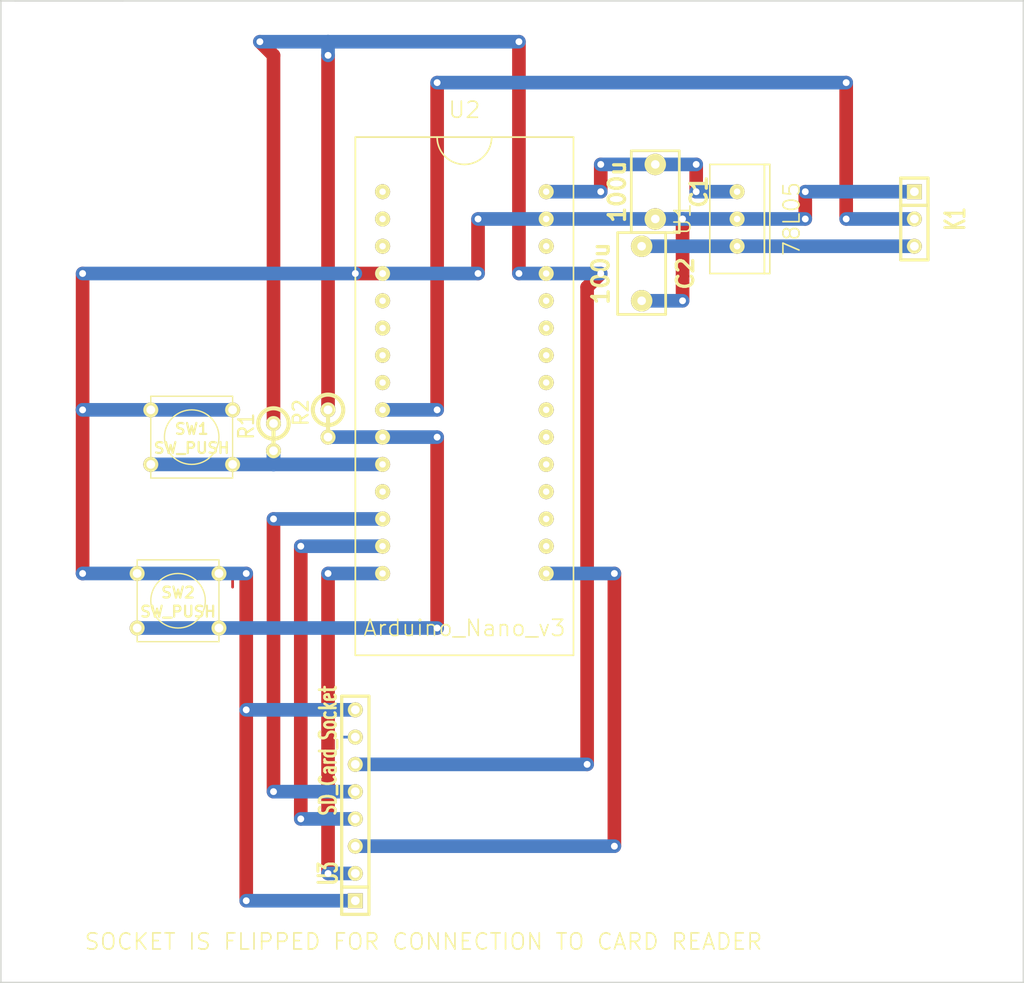
<source format=kicad_pcb>
(kicad_pcb (version 3) (host pcbnew "(2014-02-26 BZR 4721)-product")

  (general
    (links 29)
    (no_connects 0)
    (area 134.544999 30.404999 229.945001 121.995001)
    (thickness 1.6)
    (drawings 5)
    (tracks 115)
    (zones 0)
    (modules 10)
    (nets 32)
  )

  (page A4)
  (layers
    (15 F.Cu signal)
    (0 B.Cu signal)
    (16 B.Adhes user)
    (17 F.Adhes user)
    (18 B.Paste user)
    (19 F.Paste user)
    (20 B.SilkS user)
    (21 F.SilkS user)
    (22 B.Mask user)
    (23 F.Mask user)
    (28 Edge.Cuts user)
  )

  (setup
    (last_trace_width 0.254)
    (trace_clearance 0.254)
    (zone_clearance 0.508)
    (zone_45_only no)
    (trace_min 0.254)
    (segment_width 0.2)
    (edge_width 0.15)
    (via_size 0.889)
    (via_drill 0.635)
    (via_min_size 0.889)
    (via_min_drill 0.508)
    (uvia_size 0.508)
    (uvia_drill 0.127)
    (uvias_allowed no)
    (uvia_min_size 0.508)
    (uvia_min_drill 0.127)
    (pcb_text_width 0.3)
    (pcb_text_size 1.5 1.5)
    (mod_edge_width 0.15)
    (mod_text_size 1.5 1.5)
    (mod_text_width 0.15)
    (pad_size 1.397 1.397)
    (pad_drill 0.8128)
    (pad_to_mask_clearance 0.2)
    (aux_axis_origin 0 0)
    (visible_elements FFFFEF7F)
    (pcbplotparams
      (layerselection 3178497)
      (usegerberextensions true)
      (excludeedgelayer true)
      (linewidth 0.150000)
      (plotframeref false)
      (viasonmask false)
      (mode 1)
      (useauxorigin false)
      (hpglpennumber 1)
      (hpglpenspeed 20)
      (hpglpendiameter 15)
      (hpglpenoverlay 2)
      (psnegative false)
      (psa4output false)
      (plotreference true)
      (plotvalue true)
      (plotothertext true)
      (plotinvisibletext false)
      (padsonsilk false)
      (subtractmaskfromsilk false)
      (outputformat 1)
      (mirror false)
      (drillshape 1)
      (scaleselection 1)
      (outputdirectory ""))
  )

  (net 0 "")
  (net 1 +5V)
  (net 2 +5VD)
  (net 3 GND)
  (net 4 "Net-(R1-Pad2)")
  (net 5 "Net-(R2-Pad2)")
  (net 6 "Net-(U2-Pad1)")
  (net 7 "Net-(U2-Pad12)")
  (net 8 "Net-(U2-Pad13)")
  (net 9 "Net-(U2-Pad14)")
  (net 10 "Net-(U2-Pad15)")
  (net 11 "Net-(U2-Pad16)")
  (net 12 "Net-(U2-Pad17)")
  (net 13 "Net-(U2-Pad18)")
  (net 14 "Net-(U2-Pad19)")
  (net 15 "Net-(U2-Pad2)")
  (net 16 "Net-(U2-Pad20)")
  (net 17 "Net-(U2-Pad21)")
  (net 18 "Net-(U2-Pad22)")
  (net 19 "Net-(U2-Pad23)")
  (net 20 "Net-(U2-Pad24)")
  (net 21 "Net-(U2-Pad25)")
  (net 22 "Net-(U2-Pad26)")
  (net 23 "Net-(U2-Pad28)")
  (net 24 "Net-(U2-Pad3)")
  (net 25 "Net-(U2-Pad5)")
  (net 26 "Net-(U2-Pad6)")
  (net 27 "Net-(U2-Pad7)")
  (net 28 "Net-(U2-Pad8)")
  (net 29 "Net-(U3-Pad2)")
  (net 30 STRIP_DATA)
  (net 31 VDD)

  (net_class Default "This is the default net class."
    (clearance 0.254)
    (trace_width 0.254)
    (via_dia 0.889)
    (via_drill 0.635)
    (uvia_dia 0.508)
    (uvia_drill 0.127)
    (add_net "")
  )

  (net_class AllConns ""
    (clearance 0.254)
    (trace_width 1.27)
    (via_dia 0.889)
    (via_drill 0.635)
    (uvia_dia 0.508)
    (uvia_drill 0.127)
    (add_net +5V)
    (add_net +5VD)
    (add_net GND)
    (add_net "Net-(R1-Pad2)")
    (add_net "Net-(R2-Pad2)")
    (add_net "Net-(U2-Pad1)")
    (add_net "Net-(U2-Pad12)")
    (add_net "Net-(U2-Pad13)")
    (add_net "Net-(U2-Pad14)")
    (add_net "Net-(U2-Pad15)")
    (add_net "Net-(U2-Pad16)")
    (add_net "Net-(U2-Pad17)")
    (add_net "Net-(U2-Pad18)")
    (add_net "Net-(U2-Pad19)")
    (add_net "Net-(U2-Pad2)")
    (add_net "Net-(U2-Pad20)")
    (add_net "Net-(U2-Pad21)")
    (add_net "Net-(U2-Pad22)")
    (add_net "Net-(U2-Pad23)")
    (add_net "Net-(U2-Pad24)")
    (add_net "Net-(U2-Pad25)")
    (add_net "Net-(U2-Pad26)")
    (add_net "Net-(U2-Pad28)")
    (add_net "Net-(U2-Pad3)")
    (add_net "Net-(U2-Pad5)")
    (add_net "Net-(U2-Pad6)")
    (add_net "Net-(U2-Pad7)")
    (add_net "Net-(U2-Pad8)")
    (add_net "Net-(U3-Pad2)")
    (add_net STRIP_DATA)
    (add_net VDD)
  )

  (module "Conectors 1:SIL-8" (layer F.Cu) (tedit 552C3C76) (tstamp 5525A6C0)
    (at 167.64 105.41 90)
    (descr "Connecteur 8 pins")
    (tags "CONN DEV")
    (path /55244B85)
    (fp_text reference U3 (at -6.35 -2.54 90) (layer F.SilkS)
      (effects (font (size 1.72974 1.08712) (thickness 0.3048)))
    )
    (fp_text value SD_Card_Socket (at 5.08 -2.54 90) (layer F.SilkS)
      (effects (font (size 1.524 1.016) (thickness 0.3048)))
    )
    (fp_text user "SOCKET IS FLIPPED FOR CONNECTION TO CARD READER" (at -12.7 6.35 180) (layer F.SilkS)
      (effects (font (size 1.5 1.5) (thickness 0.15)))
    )
    (fp_line (start -10.16 -1.27) (end 10.16 -1.27) (layer F.SilkS) (width 0.3048))
    (fp_line (start 10.16 -1.27) (end 10.16 1.27) (layer F.SilkS) (width 0.3048))
    (fp_line (start 10.16 1.27) (end -10.16 1.27) (layer F.SilkS) (width 0.3048))
    (fp_line (start -10.16 1.27) (end -10.16 -1.27) (layer F.SilkS) (width 0.3048))
    (fp_line (start -7.62 1.27) (end -7.62 -1.27) (layer F.SilkS) (width 0.3048))
    (pad 8 thru_hole rect (at -8.89 0 90) (size 1.397 1.397) (drill 0.8128) (layers *.Cu *.Mask F.SilkS)
      (net 3 GND))
    (pad 7 thru_hole circle (at -6.35 0 90) (size 1.397 1.397) (drill 0.8128) (layers *.Cu *.Mask F.SilkS)
      (net 10 "Net-(U2-Pad15)"))
    (pad 6 thru_hole circle (at -3.81 0 90) (size 1.397 1.397) (drill 0.8128) (layers *.Cu *.Mask F.SilkS)
      (net 11 "Net-(U2-Pad16)"))
    (pad 5 thru_hole circle (at -1.27 0 90) (size 1.397 1.397) (drill 0.8128) (layers *.Cu *.Mask F.SilkS)
      (net 9 "Net-(U2-Pad14)"))
    (pad 4 thru_hole circle (at 1.27 0 90) (size 1.397 1.397) (drill 0.8128) (layers *.Cu *.Mask F.SilkS)
      (net 8 "Net-(U2-Pad13)"))
    (pad 3 thru_hole circle (at 3.81 0 90) (size 1.397 1.397) (drill 0.8128) (layers *.Cu *.Mask F.SilkS)
      (net 1 +5V))
    (pad 2 thru_hole circle (at 6.35 0 90) (size 1.397 1.397) (drill 0.8128) (layers *.Cu *.Mask F.SilkS)
      (net 29 "Net-(U3-Pad2)"))
    (pad 1 thru_hole circle (at 8.89 0 90) (size 1.397 1.397) (drill 0.8128) (layers *.Cu *.Mask F.SilkS)
      (net 3 GND))
  )

  (module Capacitors:cnp_7x4.5mm (layer F.Cu) (tedit 4B90D4F0) (tstamp 5525A632)
    (at 195.58 48.26 270)
    (descr "Capacitor non pol, 7x4,5mm")
    (path /55244C03)
    (fp_text reference C1 (at 0 -4.064 270) (layer F.SilkS)
      (effects (font (thickness 0.3048)))
    )
    (fp_text value 100u (at 0 3.556 270) (layer F.SilkS)
      (effects (font (thickness 0.3048)))
    )
    (fp_line (start 3.81 2.2352) (end 3.81 -2.2352) (layer F.SilkS) (width 0.24892))
    (fp_line (start -3.81 2.2352) (end -3.81 -2.2352) (layer F.SilkS) (width 0.24892))
    (fp_line (start -3.81 -2.2352) (end 3.81 -2.2352) (layer F.SilkS) (width 0.254))
    (fp_line (start 3.81 2.2352) (end -3.81 2.2352) (layer F.SilkS) (width 0.254))
    (pad 1 thru_hole circle (at -2.54 0 270) (size 1.99898 1.99898) (drill 0.8001) (layers *.Cu *.Mask F.SilkS)
      (net 31 VDD))
    (pad 2 thru_hole circle (at 2.54 0 270) (size 1.99898 1.99898) (drill 0.8001) (layers *.Cu *.Mask F.SilkS)
      (net 3 GND))
    (model discret/capacitor/cnp_7x4.5mm.wrl
      (at (xyz 0 0 0))
      (scale (xyz 1 1 1))
      (rotate (xyz 0 0 0))
    )
  )

  (module Capacitors:cnp_7x4.5mm (layer F.Cu) (tedit 5525ACDA) (tstamp 5525A63C)
    (at 194.31 55.88 270)
    (descr "Capacitor non pol, 7x4,5mm")
    (path /55244C15)
    (fp_text reference C2 (at 0 -4.064 270) (layer F.SilkS)
      (effects (font (thickness 0.3048)))
    )
    (fp_text value 100u (at 0 3.81 270) (layer F.SilkS)
      (effects (font (thickness 0.3048)))
    )
    (fp_line (start 3.81 2.2352) (end 3.81 -2.2352) (layer F.SilkS) (width 0.24892))
    (fp_line (start -3.81 2.2352) (end -3.81 -2.2352) (layer F.SilkS) (width 0.24892))
    (fp_line (start -3.81 -2.2352) (end 3.81 -2.2352) (layer F.SilkS) (width 0.254))
    (fp_line (start 3.81 2.2352) (end -3.81 2.2352) (layer F.SilkS) (width 0.254))
    (pad 1 thru_hole circle (at -2.54 0 270) (size 1.99898 1.99898) (drill 0.8001) (layers *.Cu *.Mask F.SilkS)
      (net 2 +5VD))
    (pad 2 thru_hole circle (at 2.54 0 270) (size 1.99898 1.99898) (drill 0.8001) (layers *.Cu *.Mask F.SilkS)
      (net 3 GND))
    (model discret/capacitor/cnp_7x4.5mm.wrl
      (at (xyz 0 0 0))
      (scale (xyz 1 1 1))
      (rotate (xyz 0 0 0))
    )
  )

  (module "Conectors 1:SIL-3" (layer F.Cu) (tedit 552C398B) (tstamp 5525AD87)
    (at 219.71 50.8 270)
    (descr "Connecteur 3 pins")
    (tags "CONN DEV")
    (path /55244BA4)
    (fp_text reference K1 (at 0 -3.81 270) (layer F.SilkS)
      (effects (font (size 1.7907 1.07696) (thickness 0.3048)))
    )
    (fp_text value CONN_3 (at 0 -2.54 270) (layer F.SilkS) hide
      (effects (font (size 1.524 1.016) (thickness 0.3048)))
    )
    (fp_line (start -3.81 1.27) (end -3.81 -1.27) (layer F.SilkS) (width 0.3048))
    (fp_line (start -3.81 -1.27) (end 3.81 -1.27) (layer F.SilkS) (width 0.3048))
    (fp_line (start 3.81 -1.27) (end 3.81 1.27) (layer F.SilkS) (width 0.3048))
    (fp_line (start 3.81 1.27) (end -3.81 1.27) (layer F.SilkS) (width 0.3048))
    (fp_line (start -1.27 -1.27) (end -1.27 1.27) (layer F.SilkS) (width 0.3048))
    (pad 1 thru_hole rect (at -2.54 0 270) (size 1.397 1.397) (drill 0.8128) (layers *.Cu *.Mask F.SilkS)
      (net 3 GND))
    (pad 2 thru_hole circle (at 0 0 270) (size 1.397 1.397) (drill 0.8128) (layers *.Cu *.Mask F.SilkS)
      (net 30 STRIP_DATA))
    (pad 3 thru_hole circle (at 2.54 0 270) (size 1.397 1.397) (drill 0.8128) (layers *.Cu *.Mask F.SilkS)
      (net 2 +5VD))
  )

  (module Discrete:R1 (layer F.Cu) (tedit 200000) (tstamp 5525A650)
    (at 160.02 71.12 270)
    (descr "Resistance verticale")
    (tags R)
    (path /55244BE4)
    (autoplace_cost90 10)
    (autoplace_cost180 10)
    (fp_text reference R1 (at -1.016 2.54 270) (layer F.SilkS)
      (effects (font (size 1.397 1.27) (thickness 0.2032)))
    )
    (fp_text value 470k (at -1.143 2.54 270) (layer F.SilkS) hide
      (effects (font (size 1.397 1.27) (thickness 0.2032)))
    )
    (fp_line (start -1.27 0) (end 1.27 0) (layer F.SilkS) (width 0.381))
    (fp_circle (center -1.27 0) (end -0.635 1.27) (layer F.SilkS) (width 0.381))
    (pad 1 thru_hole circle (at -1.27 0 270) (size 1.397 1.397) (drill 0.8128) (layers *.Cu *.Mask F.SilkS)
      (net 1 +5V))
    (pad 2 thru_hole circle (at 1.27 0 270) (size 1.397 1.397) (drill 0.8128) (layers *.Cu *.Mask F.SilkS)
      (net 4 "Net-(R1-Pad2)"))
    (model discret/verti_resistor.wrl
      (at (xyz 0 0 0))
      (scale (xyz 1 1 1))
      (rotate (xyz 0 0 0))
    )
  )

  (module Discrete:R1 (layer F.Cu) (tedit 200000) (tstamp 5525A658)
    (at 165.1 69.85 270)
    (descr "Resistance verticale")
    (tags R)
    (path /55244BF6)
    (autoplace_cost90 10)
    (autoplace_cost180 10)
    (fp_text reference R2 (at -1.016 2.54 270) (layer F.SilkS)
      (effects (font (size 1.397 1.27) (thickness 0.2032)))
    )
    (fp_text value 470k (at -1.143 2.54 270) (layer F.SilkS) hide
      (effects (font (size 1.397 1.27) (thickness 0.2032)))
    )
    (fp_line (start -1.27 0) (end 1.27 0) (layer F.SilkS) (width 0.381))
    (fp_circle (center -1.27 0) (end -0.635 1.27) (layer F.SilkS) (width 0.381))
    (pad 1 thru_hole circle (at -1.27 0 270) (size 1.397 1.397) (drill 0.8128) (layers *.Cu *.Mask F.SilkS)
      (net 1 +5V))
    (pad 2 thru_hole circle (at 1.27 0 270) (size 1.397 1.397) (drill 0.8128) (layers *.Cu *.Mask F.SilkS)
      (net 5 "Net-(R2-Pad2)"))
    (model discret/verti_resistor.wrl
      (at (xyz 0 0 0))
      (scale (xyz 1 1 1))
      (rotate (xyz 0 0 0))
    )
  )

  (module Discrete:SW_PUSH_SMALL (layer F.Cu) (tedit 46544DB3) (tstamp 5525A665)
    (at 152.4 71.12)
    (path /55244BD7)
    (fp_text reference SW1 (at 0 -0.762) (layer F.SilkS)
      (effects (font (size 1.016 1.016) (thickness 0.2032)))
    )
    (fp_text value SW_PUSH (at 0 1.016) (layer F.SilkS)
      (effects (font (size 1.016 1.016) (thickness 0.2032)))
    )
    (fp_circle (center 0 0) (end 0 -2.54) (layer F.SilkS) (width 0.127))
    (fp_line (start -3.81 -3.81) (end 3.81 -3.81) (layer F.SilkS) (width 0.127))
    (fp_line (start 3.81 -3.81) (end 3.81 3.81) (layer F.SilkS) (width 0.127))
    (fp_line (start 3.81 3.81) (end -3.81 3.81) (layer F.SilkS) (width 0.127))
    (fp_line (start -3.81 -3.81) (end -3.81 3.81) (layer F.SilkS) (width 0.127))
    (pad 1 thru_hole circle (at 3.81 -2.54) (size 1.397 1.397) (drill 0.8128) (layers *.Cu *.Mask F.SilkS)
      (net 3 GND))
    (pad 2 thru_hole circle (at 3.81 2.54) (size 1.397 1.397) (drill 0.8128) (layers *.Cu *.Mask F.SilkS)
      (net 4 "Net-(R1-Pad2)"))
    (pad 1 thru_hole circle (at -3.81 -2.54) (size 1.397 1.397) (drill 0.8128) (layers *.Cu *.Mask F.SilkS)
      (net 3 GND))
    (pad 2 thru_hole circle (at -3.81 2.54) (size 1.397 1.397) (drill 0.8128) (layers *.Cu *.Mask F.SilkS)
      (net 4 "Net-(R1-Pad2)"))
  )

  (module Discrete:SW_PUSH_SMALL (layer F.Cu) (tedit 46544DB3) (tstamp 5525AB73)
    (at 151.13 86.36)
    (path /55244BC5)
    (fp_text reference SW2 (at 0 -0.762) (layer F.SilkS)
      (effects (font (size 1.016 1.016) (thickness 0.2032)))
    )
    (fp_text value SW_PUSH (at 0 1.016) (layer F.SilkS)
      (effects (font (size 1.016 1.016) (thickness 0.2032)))
    )
    (fp_circle (center 0 0) (end 0 -2.54) (layer F.SilkS) (width 0.127))
    (fp_line (start -3.81 -3.81) (end 3.81 -3.81) (layer F.SilkS) (width 0.127))
    (fp_line (start 3.81 -3.81) (end 3.81 3.81) (layer F.SilkS) (width 0.127))
    (fp_line (start 3.81 3.81) (end -3.81 3.81) (layer F.SilkS) (width 0.127))
    (fp_line (start -3.81 -3.81) (end -3.81 3.81) (layer F.SilkS) (width 0.127))
    (pad 1 thru_hole circle (at 3.81 -2.54) (size 1.397 1.397) (drill 0.8128) (layers *.Cu *.Mask F.SilkS)
      (net 3 GND))
    (pad 2 thru_hole circle (at 3.81 2.54) (size 1.397 1.397) (drill 0.8128) (layers *.Cu *.Mask F.SilkS)
      (net 5 "Net-(R2-Pad2)"))
    (pad 1 thru_hole circle (at -3.81 -2.54) (size 1.397 1.397) (drill 0.8128) (layers *.Cu *.Mask F.SilkS)
      (net 3 GND))
    (pad 2 thru_hole circle (at -3.81 2.54) (size 1.397 1.397) (drill 0.8128) (layers *.Cu *.Mask F.SilkS)
      (net 5 "Net-(R2-Pad2)"))
  )

  (module TJS:78L05-TO220-VERT (layer F.Cu) (tedit 5525A59B) (tstamp 5525A682)
    (at 208.28 50.8 270)
    (path /5525A5E4)
    (fp_text reference U1 (at 0 10.16 270) (layer F.SilkS)
      (effects (font (size 1.5 1.5) (thickness 0.15)))
    )
    (fp_text value 78L05 (at 0 0 270) (layer F.SilkS)
      (effects (font (size 1.5 1.5) (thickness 0.15)))
    )
    (fp_line (start 5.08 2.54) (end 5.08 2.032) (layer F.SilkS) (width 0.15))
    (fp_line (start -5.08 2.032) (end 5.08 2.032) (layer F.SilkS) (width 0.15))
    (fp_line (start -5.08 2.54) (end -5.08 2.032) (layer F.SilkS) (width 0.15))
    (fp_line (start -5.08 2.032) (end -5.08 2.54) (layer F.SilkS) (width 0.15))
    (fp_line (start 5.08 2.54) (end 5.08 7.62) (layer F.SilkS) (width 0.15))
    (fp_line (start -5.08 7.62) (end 5.08 7.62) (layer F.SilkS) (width 0.15))
    (fp_line (start -5.08 2.54) (end -5.08 7.62) (layer F.SilkS) (width 0.15))
    (fp_line (start -5.08 2.54) (end 5.08 2.54) (layer F.SilkS) (width 0.15))
    (fp_line (start 5.08 2.54) (end -5.08 2.54) (layer F.SilkS) (width 0.15))
    (pad 1 thru_hole circle (at 0 5.08 270) (size 1.4 1.4) (drill 0.6) (layers *.Cu *.Mask F.SilkS)
      (net 3 GND))
    (pad 2 thru_hole circle (at -2.54 5.08 270) (size 1.4 1.4) (drill 0.6) (layers *.Cu *.Mask F.SilkS)
      (net 31 VDD))
    (pad 3 thru_hole circle (at 2.54 5.08 270) (size 1.4 1.4) (drill 0.6) (layers *.Cu *.Mask F.SilkS)
      (net 2 +5VD))
  )

  (module TJS:ArduinoNano (layer F.Cu) (tedit 5525A59B) (tstamp 5525A6AF)
    (at 177.8 45.72)
    (path /55244B71)
    (fp_text reference U2 (at 0 -5.08) (layer F.SilkS)
      (effects (font (size 1.5 1.5) (thickness 0.15)))
    )
    (fp_text value Arduino_Nano_v3 (at 0 43.18) (layer F.SilkS)
      (effects (font (size 1.5 1.5) (thickness 0.15)))
    )
    (fp_line (start 10.16 45.72) (end 10.16 40.64) (layer F.SilkS) (width 0.15))
    (fp_line (start -10.16 45.72) (end -10.16 40.64) (layer F.SilkS) (width 0.15))
    (fp_arc (start 0 -2.54) (end 2.54 -2.54) (angle 90) (layer F.SilkS) (width 0.15))
    (fp_arc (start 0 -2.54) (end 0 0) (angle 90) (layer F.SilkS) (width 0.15))
    (fp_line (start -10.16 45.72) (end 10.16 45.72) (layer F.SilkS) (width 0.15))
    (fp_line (start -10.16 -2.54) (end -10.16 40.64) (layer F.SilkS) (width 0.15))
    (fp_line (start -10.16 40.64) (end -10.16 -2.54) (layer F.SilkS) (width 0.15))
    (fp_line (start 10.16 -2.54) (end 10.16 40.64) (layer F.SilkS) (width 0.15))
    (fp_line (start -10.16 -2.54) (end 10.16 -2.54) (layer F.SilkS) (width 0.15))
    (fp_line (start 10.16 -2.54) (end -10.16 -2.54) (layer F.SilkS) (width 0.15))
    (fp_line (start -10.16 -2.54) (end 10.16 -2.54) (layer F.SilkS) (width 0.15))
    (pad 1 thru_hole circle (at -7.62 2.54) (size 1.4 1.4) (drill 0.6) (layers *.Cu *.Mask F.SilkS)
      (net 6 "Net-(U2-Pad1)"))
    (pad 2 thru_hole circle (at -7.62 5.08) (size 1.4 1.4) (drill 0.6) (layers *.Cu *.Mask F.SilkS)
      (net 15 "Net-(U2-Pad2)"))
    (pad 3 thru_hole circle (at -7.62 7.62) (size 1.4 1.4) (drill 0.6) (layers *.Cu *.Mask F.SilkS)
      (net 24 "Net-(U2-Pad3)"))
    (pad 4 thru_hole circle (at -7.62 10.16) (size 1.4 1.4) (drill 0.6) (layers *.Cu *.Mask F.SilkS)
      (net 3 GND))
    (pad 5 thru_hole circle (at -7.62 12.7) (size 1.4 1.4) (drill 0.6) (layers *.Cu *.Mask F.SilkS)
      (net 25 "Net-(U2-Pad5)"))
    (pad 6 thru_hole circle (at -7.62 15.24) (size 1.4 1.4) (drill 0.6) (layers *.Cu *.Mask F.SilkS)
      (net 26 "Net-(U2-Pad6)"))
    (pad 7 thru_hole circle (at -7.62 17.78) (size 1.4 1.4) (drill 0.6) (layers *.Cu *.Mask F.SilkS)
      (net 27 "Net-(U2-Pad7)"))
    (pad 8 thru_hole circle (at -7.62 20.32) (size 1.4 1.4) (drill 0.6) (layers *.Cu *.Mask F.SilkS)
      (net 28 "Net-(U2-Pad8)"))
    (pad 9 thru_hole circle (at -7.62 22.86) (size 1.4 1.4) (drill 0.6) (layers *.Cu *.Mask F.SilkS)
      (net 30 STRIP_DATA))
    (pad 10 thru_hole circle (at -7.62 25.4) (size 1.4 1.4) (drill 0.6) (layers *.Cu *.Mask F.SilkS)
      (net 5 "Net-(R2-Pad2)"))
    (pad 11 thru_hole circle (at -7.62 27.94) (size 1.4 1.4) (drill 0.6) (layers *.Cu *.Mask F.SilkS)
      (net 4 "Net-(R1-Pad2)"))
    (pad 12 thru_hole circle (at -7.62 30.48) (size 1.4 1.4) (drill 0.6) (layers *.Cu *.Mask F.SilkS)
      (net 7 "Net-(U2-Pad12)"))
    (pad 13 thru_hole circle (at -7.62 33.02) (size 1.4 1.4) (drill 0.6) (layers *.Cu *.Mask F.SilkS)
      (net 8 "Net-(U2-Pad13)"))
    (pad 14 thru_hole circle (at -7.62 35.56) (size 1.4 1.4) (drill 0.6) (layers *.Cu *.Mask F.SilkS)
      (net 9 "Net-(U2-Pad14)"))
    (pad 15 thru_hole circle (at -7.62 38.1) (size 1.4 1.4) (drill 0.6) (layers *.Cu *.Mask F.SilkS)
      (net 10 "Net-(U2-Pad15)"))
    (pad 30 thru_hole circle (at 7.62 2.54) (size 1.4 1.4) (drill 0.6) (layers *.Cu *.Mask F.SilkS)
      (net 31 VDD))
    (pad 29 thru_hole circle (at 7.62 5.08) (size 1.4 1.4) (drill 0.6) (layers *.Cu *.Mask F.SilkS)
      (net 3 GND))
    (pad 28 thru_hole circle (at 7.62 7.62) (size 1.4 1.4) (drill 0.6) (layers *.Cu *.Mask F.SilkS)
      (net 23 "Net-(U2-Pad28)"))
    (pad 27 thru_hole circle (at 7.62 10.16) (size 1.4 1.4) (drill 0.6) (layers *.Cu *.Mask F.SilkS)
      (net 1 +5V))
    (pad 26 thru_hole circle (at 7.62 12.7) (size 1.4 1.4) (drill 0.6) (layers *.Cu *.Mask F.SilkS)
      (net 22 "Net-(U2-Pad26)"))
    (pad 25 thru_hole circle (at 7.62 15.24) (size 1.4 1.4) (drill 0.6) (layers *.Cu *.Mask F.SilkS)
      (net 21 "Net-(U2-Pad25)"))
    (pad 24 thru_hole circle (at 7.62 17.78) (size 1.4 1.4) (drill 0.6) (layers *.Cu *.Mask F.SilkS)
      (net 20 "Net-(U2-Pad24)"))
    (pad 23 thru_hole circle (at 7.62 20.32) (size 1.4 1.4) (drill 0.6) (layers *.Cu *.Mask F.SilkS)
      (net 19 "Net-(U2-Pad23)"))
    (pad 22 thru_hole circle (at 7.62 22.86) (size 1.4 1.4) (drill 0.6) (layers *.Cu *.Mask F.SilkS)
      (net 18 "Net-(U2-Pad22)"))
    (pad 21 thru_hole circle (at 7.62 25.4) (size 1.4 1.4) (drill 0.6) (layers *.Cu *.Mask F.SilkS)
      (net 17 "Net-(U2-Pad21)"))
    (pad 20 thru_hole circle (at 7.62 27.94) (size 1.4 1.4) (drill 0.6) (layers *.Cu *.Mask F.SilkS)
      (net 16 "Net-(U2-Pad20)"))
    (pad 19 thru_hole circle (at 7.62 30.48) (size 1.4 1.4) (drill 0.6) (layers *.Cu *.Mask F.SilkS)
      (net 14 "Net-(U2-Pad19)"))
    (pad 18 thru_hole circle (at 7.62 33.02) (size 1.4 1.4) (drill 0.6) (layers *.Cu *.Mask F.SilkS)
      (net 13 "Net-(U2-Pad18)"))
    (pad 17 thru_hole circle (at 7.62 35.56) (size 1.4 1.4) (drill 0.6) (layers *.Cu *.Mask F.SilkS)
      (net 12 "Net-(U2-Pad17)"))
    (pad 16 thru_hole circle (at 7.62 38.1) (size 1.4 1.4) (drill 0.6) (layers *.Cu *.Mask F.SilkS)
      (net 11 "Net-(U2-Pad16)"))
  )

  (gr_line (start 134.62 30.48) (end 146.05 30.48) (angle 90) (layer Edge.Cuts) (width 0.15))
  (gr_line (start 134.62 121.92) (end 134.62 30.48) (angle 90) (layer Edge.Cuts) (width 0.15))
  (gr_line (start 229.87 121.92) (end 134.62 121.92) (angle 90) (layer Edge.Cuts) (width 0.15))
  (gr_line (start 229.87 30.48) (end 229.87 121.92) (angle 90) (layer Edge.Cuts) (width 0.15))
  (gr_line (start 135.89 30.48) (end 229.87 30.48) (angle 90) (layer Edge.Cuts) (width 0.15))

  (segment (start 156.21 85.09) (end 156.21 83.82) (width 0.254) (layer F.Cu) (net 0) (tstamp 5525AEE8))
  (segment (start 185.42 55.88) (end 190.5 55.88) (width 1.27) (layer B.Cu) (net 1))
  (segment (start 189.23 101.6) (end 167.64 101.6) (width 1.27) (layer B.Cu) (net 1) (tstamp 552C3D53))
  (via (at 189.23 101.6) (size 0.889) (layers F.Cu B.Cu) (net 1))
  (segment (start 189.23 57.15) (end 189.23 101.6) (width 1.27) (layer F.Cu) (net 1) (tstamp 552C3D4C))
  (segment (start 190.5 55.88) (end 189.23 57.15) (width 1.27) (layer F.Cu) (net 1) (tstamp 552C3D4B))
  (via (at 190.5 55.88) (size 0.889) (layers F.Cu B.Cu) (net 1))
  (segment (start 165.1 34.29) (end 165.1 35.56) (width 1.27) (layer B.Cu) (net 1))
  (via (at 165.1 35.56) (size 0.889) (layers F.Cu B.Cu) (net 1))
  (segment (start 165.1 68.58) (end 165.1 35.56) (width 1.27) (layer F.Cu) (net 1))
  (segment (start 185.42 55.88) (end 182.88 55.88) (width 1.27) (layer B.Cu) (net 1))
  (segment (start 160.02 35.56) (end 160.02 69.85) (width 1.27) (layer F.Cu) (net 1) (tstamp 552C395D))
  (segment (start 158.75 34.29) (end 160.02 35.56) (width 1.27) (layer F.Cu) (net 1) (tstamp 552C395C))
  (via (at 158.75 34.29) (size 0.889) (layers F.Cu B.Cu) (net 1))
  (segment (start 182.88 34.29) (end 165.1 34.29) (width 1.27) (layer B.Cu) (net 1) (tstamp 552C3956))
  (segment (start 165.1 34.29) (end 158.75 34.29) (width 1.27) (layer B.Cu) (net 1) (tstamp 552C3965))
  (via (at 182.88 34.29) (size 0.889) (layers F.Cu B.Cu) (net 1))
  (segment (start 182.88 55.88) (end 182.88 34.29) (width 1.27) (layer F.Cu) (net 1) (tstamp 552C394E))
  (via (at 182.88 55.88) (size 0.889) (layers F.Cu B.Cu) (net 1))
  (segment (start 219.71 53.34) (end 203.2 53.34) (width 1.27) (layer B.Cu) (net 2))
  (segment (start 203.2 53.34) (end 194.31 53.34) (width 1.27) (layer B.Cu) (net 2) (tstamp 552C3825))
  (segment (start 147.32 83.82) (end 142.24 83.82) (width 1.27) (layer B.Cu) (net 3) (status 400000))
  (via (at 142.24 83.82) (size 1.27) (layers F.Cu B.Cu) (net 3))
  (segment (start 142.24 83.82) (end 142.24 68.58) (width 1.27) (layer F.Cu) (net 3) (tstamp 552C3383))
  (segment (start 157.48 96.52) (end 157.48 114.3) (width 1.27) (layer F.Cu) (net 3))
  (segment (start 157.48 114.3) (end 167.64 114.3) (width 1.27) (layer B.Cu) (net 3) (tstamp 552C3D2C))
  (via (at 157.48 114.3) (size 0.889) (layers F.Cu B.Cu) (net 3))
  (via (at 147.32 83.82) (size 0.889) (layers F.Cu B.Cu) (net 3))
  (segment (start 147.32 83.82) (end 154.94 83.82) (width 1.27) (layer B.Cu) (net 3) (tstamp 552C3D12))
  (segment (start 154.94 83.82) (end 157.48 83.82) (width 1.27) (layer B.Cu) (net 3) (tstamp 552C3D13))
  (segment (start 157.48 96.52) (end 167.64 96.52) (width 1.27) (layer B.Cu) (net 3) (tstamp 552C3D19))
  (via (at 157.48 96.52) (size 0.889) (layers F.Cu B.Cu) (net 3))
  (segment (start 157.48 83.82) (end 157.48 96.52) (width 1.27) (layer F.Cu) (net 3) (tstamp 552C3D16))
  (via (at 157.48 83.82) (size 0.889) (layers F.Cu B.Cu) (net 3))
  (segment (start 170.18 55.88) (end 179.07 55.88) (width 1.27) (layer B.Cu) (net 3))
  (segment (start 179.07 50.8) (end 185.42 50.8) (width 1.27) (layer B.Cu) (net 3) (tstamp 552C3943))
  (via (at 179.07 50.8) (size 0.889) (layers F.Cu B.Cu) (net 3))
  (segment (start 179.07 55.88) (end 179.07 50.8) (width 1.27) (layer F.Cu) (net 3) (tstamp 552C3940))
  (via (at 179.07 55.88) (size 0.889) (layers F.Cu B.Cu) (net 3))
  (via (at 219.71 48.26) (size 0.889) (layers F.Cu B.Cu) (net 3))
  (segment (start 219.71 48.26) (end 209.55 48.26) (width 1.27) (layer B.Cu) (net 3) (tstamp 552C38B2))
  (segment (start 209.55 50.8) (end 203.2 50.8) (width 1.27) (layer B.Cu) (net 3) (tstamp 552C38B8))
  (via (at 209.55 50.8) (size 0.889) (layers F.Cu B.Cu) (net 3))
  (segment (start 209.55 48.26) (end 209.55 50.8) (width 1.27) (layer F.Cu) (net 3) (tstamp 552C38B5))
  (via (at 209.55 48.26) (size 0.889) (layers F.Cu B.Cu) (net 3))
  (segment (start 195.58 50.8) (end 185.42 50.8) (width 1.27) (layer B.Cu) (net 3))
  (segment (start 198.12 50.8) (end 203.2 50.8) (width 1.27) (layer B.Cu) (net 3))
  (segment (start 194.31 58.42) (end 198.12 58.42) (width 1.27) (layer B.Cu) (net 3))
  (segment (start 198.12 50.8) (end 195.58 50.8) (width 1.27) (layer B.Cu) (net 3) (tstamp 552C3834))
  (via (at 198.12 50.8) (size 0.889) (layers F.Cu B.Cu) (net 3))
  (segment (start 198.12 58.42) (end 198.12 50.8) (width 1.27) (layer F.Cu) (net 3) (tstamp 552C3831))
  (via (at 198.12 58.42) (size 0.889) (layers F.Cu B.Cu) (net 3))
  (segment (start 170.18 55.88) (end 167.64 55.88) (width 1.27) (layer F.Cu) (net 3))
  (via (at 167.64 55.88) (size 0.889) (layers F.Cu B.Cu) (net 3))
  (segment (start 167.64 55.88) (end 142.24 55.88) (width 1.27) (layer B.Cu) (net 3) (tstamp 552C3563))
  (via (at 142.24 55.88) (size 0.889) (layers F.Cu B.Cu) (net 3))
  (segment (start 142.24 55.88) (end 142.24 68.58) (width 1.27) (layer F.Cu) (net 3) (tstamp 552C3567))
  (segment (start 142.24 68.58) (end 148.59 68.58) (width 1.27) (layer B.Cu) (net 3) (tstamp 552C3388))
  (via (at 142.24 68.58) (size 1.27) (layers F.Cu B.Cu) (net 3))
  (segment (start 148.59 68.58) (end 156.21 68.58) (width 1.27) (layer B.Cu) (net 3) (tstamp 552C3389))
  (via (at 170.18 55.88) (size 0.889) (layers F.Cu B.Cu) (net 3))
  (via (at 167.64 96.52) (size 0.889) (layers F.Cu B.Cu) (net 3))
  (segment (start 148.59 73.66) (end 156.21 73.66) (width 1.27) (layer B.Cu) (net 4))
  (segment (start 156.21 73.66) (end 160.02 73.66) (width 1.27) (layer B.Cu) (net 4) (tstamp 552C3797))
  (segment (start 160.02 73.66) (end 160.02 72.39) (width 1.27) (layer B.Cu) (net 4) (tstamp 552C379A))
  (segment (start 160.02 72.39) (end 160.02 73.66) (width 1.27) (layer B.Cu) (net 4) (tstamp 552C379E))
  (segment (start 160.02 73.66) (end 170.18 73.66) (width 1.27) (layer B.Cu) (net 4) (tstamp 552C37A0))
  (segment (start 170.18 71.12) (end 175.26 71.12) (width 1.27) (layer B.Cu) (net 5) (status 400000))
  (segment (start 175.26 88.9) (end 154.94 88.9) (width 1.27) (layer B.Cu) (net 5) (tstamp 552C3DD6) (status 800000))
  (via (at 175.26 88.9) (size 0.889) (layers F.Cu B.Cu) (net 5))
  (segment (start 175.26 71.12) (end 175.26 88.9) (width 1.27) (layer F.Cu) (net 5) (tstamp 552C3DD2))
  (via (at 175.26 71.12) (size 0.889) (layers F.Cu B.Cu) (net 5))
  (segment (start 154.94 88.9) (end 147.32 88.9) (width 1.27) (layer B.Cu) (net 5) (tstamp 552C3DD7) (status C00000))
  (via (at 165.1 71.12) (size 0.889) (layers F.Cu B.Cu) (net 5))
  (segment (start 165.1 71.12) (end 170.18 71.12) (width 1.27) (layer B.Cu) (net 5) (tstamp 552C371C))
  (segment (start 170.18 78.74) (end 160.02 78.74) (width 1.27) (layer B.Cu) (net 8))
  (segment (start 160.02 104.14) (end 167.64 104.14) (width 1.27) (layer B.Cu) (net 8) (tstamp 552C3CD5))
  (via (at 160.02 104.14) (size 0.889) (layers F.Cu B.Cu) (net 8))
  (segment (start 160.02 78.74) (end 160.02 104.14) (width 1.27) (layer F.Cu) (net 8) (tstamp 552C3CD2))
  (via (at 160.02 78.74) (size 0.889) (layers F.Cu B.Cu) (net 8))
  (segment (start 170.18 81.28) (end 162.56 81.28) (width 1.27) (layer B.Cu) (net 9))
  (segment (start 162.56 106.68) (end 167.64 106.68) (width 1.27) (layer B.Cu) (net 9) (tstamp 552C3CDD))
  (via (at 162.56 106.68) (size 0.889) (layers F.Cu B.Cu) (net 9))
  (segment (start 162.56 81.28) (end 162.56 106.68) (width 1.27) (layer F.Cu) (net 9) (tstamp 552C3CDA))
  (via (at 162.56 81.28) (size 0.889) (layers F.Cu B.Cu) (net 9))
  (segment (start 170.18 83.82) (end 165.1 83.82) (width 1.27) (layer B.Cu) (net 10))
  (segment (start 165.1 111.76) (end 167.64 111.76) (width 1.27) (layer B.Cu) (net 10) (tstamp 552C3CE6))
  (via (at 165.1 111.76) (size 0.889) (layers F.Cu B.Cu) (net 10))
  (segment (start 165.1 83.82) (end 165.1 111.76) (width 1.27) (layer F.Cu) (net 10) (tstamp 552C3CE2))
  (via (at 165.1 83.82) (size 0.889) (layers F.Cu B.Cu) (net 10))
  (segment (start 185.42 83.82) (end 191.77 83.82) (width 1.27) (layer B.Cu) (net 11))
  (segment (start 191.77 109.22) (end 167.64 109.22) (width 1.27) (layer B.Cu) (net 11) (tstamp 552C3CCD))
  (via (at 191.77 109.22) (size 0.889) (layers F.Cu B.Cu) (net 11))
  (segment (start 191.77 83.82) (end 191.77 109.22) (width 1.27) (layer F.Cu) (net 11) (tstamp 552C3CCA))
  (via (at 191.77 83.82) (size 0.889) (layers F.Cu B.Cu) (net 11))
  (segment (start 166.37 99.06) (end 167.64 99.06) (width 0.254) (layer B.Cu) (net 29) (tstamp 5525AEB1))
  (via (at 213.36 50.8) (size 0.889) (layers F.Cu B.Cu) (net 30))
  (via (at 213.36 38.1) (size 0.889) (layers F.Cu B.Cu) (net 30))
  (segment (start 213.36 38.1) (end 213.36 50.8) (width 1.27) (layer F.Cu) (net 30) (tstamp 552C38C4))
  (via (at 175.26 68.58) (size 0.889) (layers F.Cu B.Cu) (net 30))
  (segment (start 175.26 68.58) (end 175.26 38.1) (width 1.27) (layer F.Cu) (net 30) (tstamp 552C3810))
  (via (at 175.26 38.1) (size 0.889) (layers F.Cu B.Cu) (net 30))
  (segment (start 170.18 68.58) (end 175.26 68.58) (width 1.27) (layer B.Cu) (net 30))
  (segment (start 175.26 38.1) (end 213.36 38.1) (width 1.27) (layer B.Cu) (net 30))
  (segment (start 213.36 50.8) (end 219.71 50.8) (width 1.27) (layer B.Cu) (net 30) (tstamp 552C38C9))
  (segment (start 195.58 45.72) (end 190.5 45.72) (width 1.27) (layer B.Cu) (net 31))
  (segment (start 190.5 48.26) (end 185.42 48.26) (width 1.27) (layer B.Cu) (net 31) (tstamp 552C38DF))
  (via (at 190.5 48.26) (size 0.889) (layers F.Cu B.Cu) (net 31))
  (segment (start 190.5 45.72) (end 190.5 48.26) (width 1.27) (layer F.Cu) (net 31) (tstamp 552C38DC))
  (via (at 190.5 45.72) (size 0.889) (layers F.Cu B.Cu) (net 31))
  (segment (start 203.2 48.26) (end 199.39 48.26) (width 1.27) (layer B.Cu) (net 31))
  (segment (start 199.39 45.72) (end 195.58 45.72) (width 1.27) (layer B.Cu) (net 31) (tstamp 552C38D7))
  (via (at 199.39 45.72) (size 0.889) (layers F.Cu B.Cu) (net 31))
  (segment (start 199.39 48.26) (end 199.39 45.72) (width 1.27) (layer F.Cu) (net 31) (tstamp 552C38D4))
  (via (at 199.39 48.26) (size 0.889) (layers F.Cu B.Cu) (net 31))

)

</source>
